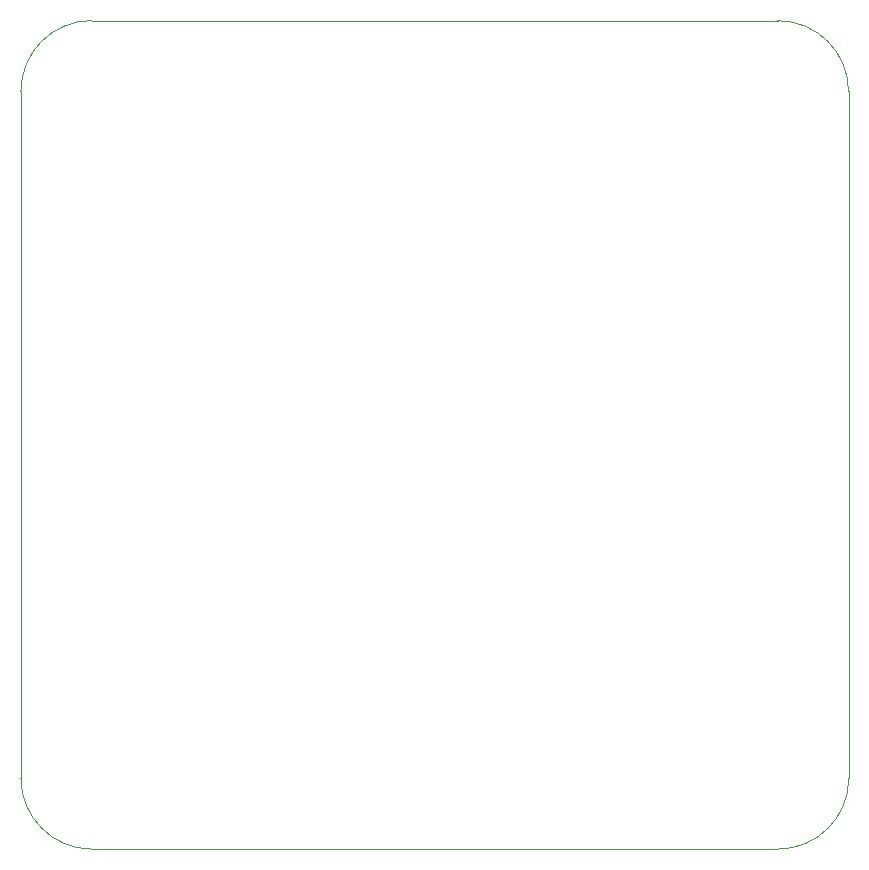
<source format=gbr>
%TF.GenerationSoftware,Altium Limited,Altium Designer,20.1.12 (249)*%
G04 Layer_Color=0*
%FSLAX26Y26*%
%MOIN*%
%TF.SameCoordinates,ED1CB289-3ACA-407E-AFEC-9D8622C581BC*%
%TF.FilePolarity,Positive*%
%TF.FileFunction,Profile,NP*%
%TF.Part,Single*%
G01*
G75*
%TA.AperFunction,Profile*%
%ADD15C,0.001000*%
D15*
X5197Y241753D02*
X5197Y2530549D01*
X5164D01*
D02*
G02*
X241381Y2766765I236217J0D01*
G01*
X241417D01*
X2528451Y2766418D01*
X2528415D01*
D02*
G02*
X2764253Y2530580I0J-235838D01*
G01*
X2764646D01*
X2764646Y472441D01*
X2764921Y477047D01*
Y240970D01*
X2764882D01*
D02*
G02*
X2528912Y5000I-235970J0D01*
G01*
X242108Y5000D01*
Y4843D01*
D02*
G02*
X5197Y241753I0J236911D01*
G01*
%TF.MD5,04891fee694a61a343267f466031cbde*%
M02*

</source>
